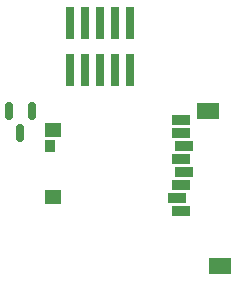
<source format=gbr>
%TF.GenerationSoftware,KiCad,Pcbnew,(6.0.0)*%
%TF.CreationDate,2022-05-03T19:57:31-07:00*%
%TF.ProjectId,well-depth-battery,77656c6c-2d64-4657-9074-682d62617474,1*%
%TF.SameCoordinates,Original*%
%TF.FileFunction,Paste,Bot*%
%TF.FilePolarity,Positive*%
%FSLAX46Y46*%
G04 Gerber Fmt 4.6, Leading zero omitted, Abs format (unit mm)*
G04 Created by KiCad (PCBNEW (6.0.0)) date 2022-05-03 19:57:31*
%MOMM*%
%LPD*%
G01*
G04 APERTURE LIST*
G04 Aperture macros list*
%AMRoundRect*
0 Rectangle with rounded corners*
0 $1 Rounding radius*
0 $2 $3 $4 $5 $6 $7 $8 $9 X,Y pos of 4 corners*
0 Add a 4 corners polygon primitive as box body*
4,1,4,$2,$3,$4,$5,$6,$7,$8,$9,$2,$3,0*
0 Add four circle primitives for the rounded corners*
1,1,$1+$1,$2,$3*
1,1,$1+$1,$4,$5*
1,1,$1+$1,$6,$7*
1,1,$1+$1,$8,$9*
0 Add four rect primitives between the rounded corners*
20,1,$1+$1,$2,$3,$4,$5,0*
20,1,$1+$1,$4,$5,$6,$7,0*
20,1,$1+$1,$6,$7,$8,$9,0*
20,1,$1+$1,$8,$9,$2,$3,0*%
G04 Aperture macros list end*
%ADD10R,1.498600X0.812800*%
%ADD11R,0.939800X0.990600*%
%ADD12R,1.905000X1.397000*%
%ADD13R,1.397000X1.295400*%
%ADD14R,0.650000X2.770000*%
%ADD15RoundRect,0.150000X-0.150000X0.587500X-0.150000X-0.587500X0.150000X-0.587500X0.150000X0.587500X0*%
G04 APERTURE END LIST*
D10*
%TO.C,J3*%
X99415400Y-105440001D03*
X99015401Y-104340001D03*
X99415400Y-103240001D03*
X99615400Y-102140000D03*
X99415400Y-101040000D03*
X99615400Y-99940000D03*
X99415400Y-98840116D03*
X99415400Y-97740116D03*
D11*
X88330401Y-99939936D03*
D12*
X102705402Y-110099999D03*
D13*
X88555400Y-104250000D03*
X88555400Y-98550000D03*
D12*
X101705401Y-96950001D03*
%TD*%
D14*
%TO.C,J6*%
X89960000Y-89485000D03*
X89960000Y-93515000D03*
X91230000Y-89485000D03*
X91230000Y-93515000D03*
X92500000Y-89485000D03*
X92500000Y-93515000D03*
X93770000Y-89485000D03*
X93770000Y-93515000D03*
X95040000Y-89485000D03*
X95040000Y-93515000D03*
%TD*%
D15*
%TO.C,Q3*%
X84850000Y-97000000D03*
X86750000Y-97000000D03*
X85800000Y-98875000D03*
%TD*%
M02*

</source>
